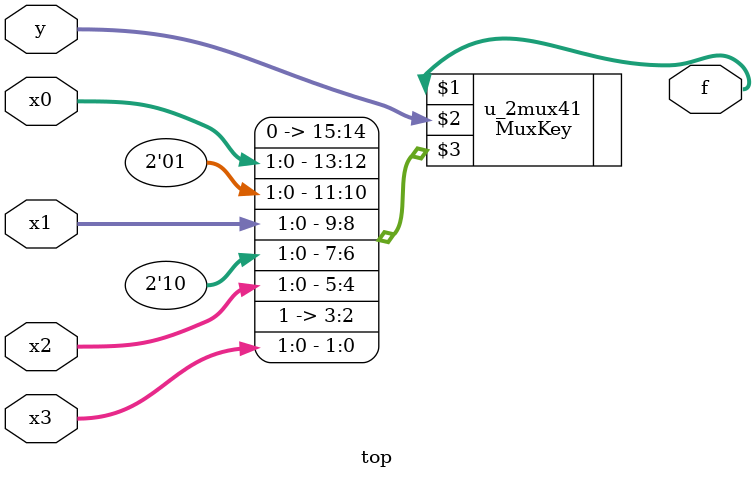
<source format=v>
module top (
    input wire [1:0] x0,
    input wire [1:0] x1,
    input wire [1:0] x2,
    input wire [1:0] x3,
    input wire [1:0] y,
    output wire [1:0] f
);

    MuxKey #(4, 2, 2) u_2mux41 (
        f, 
        y, 
        {
            2'b00, x0,
            2'b01, x1,
            2'b10, x2,
            2'b11, x3
        }
    );

endmodule
</source>
